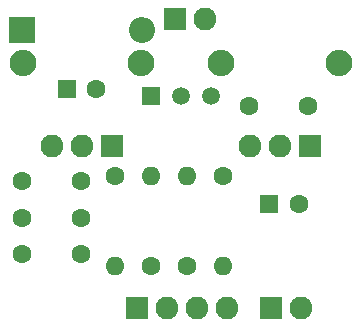
<source format=gbs>
%TF.GenerationSoftware,KiCad,Pcbnew,6.0.0+dfsg1-2*%
%TF.CreationDate,2022-01-11T20:37:34+02:00*%
%TF.ProjectId,los-fuelles,6c6f732d-6675-4656-9c6c-65732e6b6963,rev?*%
%TF.SameCoordinates,Original*%
%TF.FileFunction,Soldermask,Bot*%
%TF.FilePolarity,Negative*%
%FSLAX46Y46*%
G04 Gerber Fmt 4.6, Leading zero omitted, Abs format (unit mm)*
G04 Created by KiCad (PCBNEW 6.0.0+dfsg1-2) date 2022-01-11 20:37:34*
%MOMM*%
%LPD*%
G01*
G04 APERTURE LIST*
%ADD10C,1.600000*%
%ADD11O,1.600000X1.600000*%
%ADD12O,2.250000X2.250000*%
%ADD13R,1.930400X1.930400*%
%ADD14O,1.930400X1.930400*%
%ADD15R,2.200000X2.200000*%
%ADD16O,2.200000X2.200000*%
%ADD17R,1.600000X1.600000*%
%ADD18R,1.500000X1.500000*%
%ADD19C,1.500000*%
G04 APERTURE END LIST*
D10*
%TO.C,C6*%
X121158000Y-107442000D03*
X126158000Y-107442000D03*
%TD*%
%TO.C,R3*%
X135128000Y-111506000D03*
D11*
X135128000Y-103886000D03*
%TD*%
D12*
%TO.C,RV1*%
X131238000Y-94346000D03*
X121238000Y-94346000D03*
D13*
X128778000Y-101346000D03*
D14*
X126238000Y-101346000D03*
X123698000Y-101346000D03*
%TD*%
D10*
%TO.C,R2*%
X132080000Y-111506000D03*
D11*
X132080000Y-103886000D03*
%TD*%
D10*
%TO.C,C4*%
X140385800Y-97993200D03*
X145385800Y-97993200D03*
%TD*%
%TO.C,C2*%
X121158000Y-110540800D03*
X126158000Y-110540800D03*
%TD*%
%TO.C,R1*%
X129032000Y-103886000D03*
D11*
X129032000Y-111506000D03*
%TD*%
D10*
%TO.C,C1*%
X126161800Y-104368600D03*
X121161800Y-104368600D03*
%TD*%
D15*
%TO.C,D1*%
X121132600Y-91516200D03*
D16*
X131292600Y-91516200D03*
%TD*%
D17*
%TO.C,C3*%
X142113000Y-106299000D03*
D10*
X144613000Y-106299000D03*
%TD*%
D17*
%TO.C,C5*%
X124968000Y-96520000D03*
D10*
X127468000Y-96520000D03*
%TD*%
D18*
%TO.C,Q2*%
X132080000Y-97129600D03*
D19*
X134620000Y-97129600D03*
X137160000Y-97129600D03*
%TD*%
D13*
%TO.C,J2*%
X134112000Y-90576400D03*
D14*
X136652000Y-90576400D03*
%TD*%
D13*
%TO.C,J1*%
X142240000Y-115062000D03*
D14*
X144780000Y-115062000D03*
%TD*%
D10*
%TO.C,R4*%
X138176000Y-103886000D03*
D11*
X138176000Y-111506000D03*
%TD*%
D13*
%TO.C,J3*%
X130911600Y-115062000D03*
D14*
X133451600Y-115062000D03*
X135991600Y-115062000D03*
X138531600Y-115062000D03*
%TD*%
D12*
%TO.C,RV2*%
X148002000Y-94346000D03*
X138002000Y-94346000D03*
D13*
X145542000Y-101346000D03*
D14*
X143002000Y-101346000D03*
X140462000Y-101346000D03*
%TD*%
M02*

</source>
